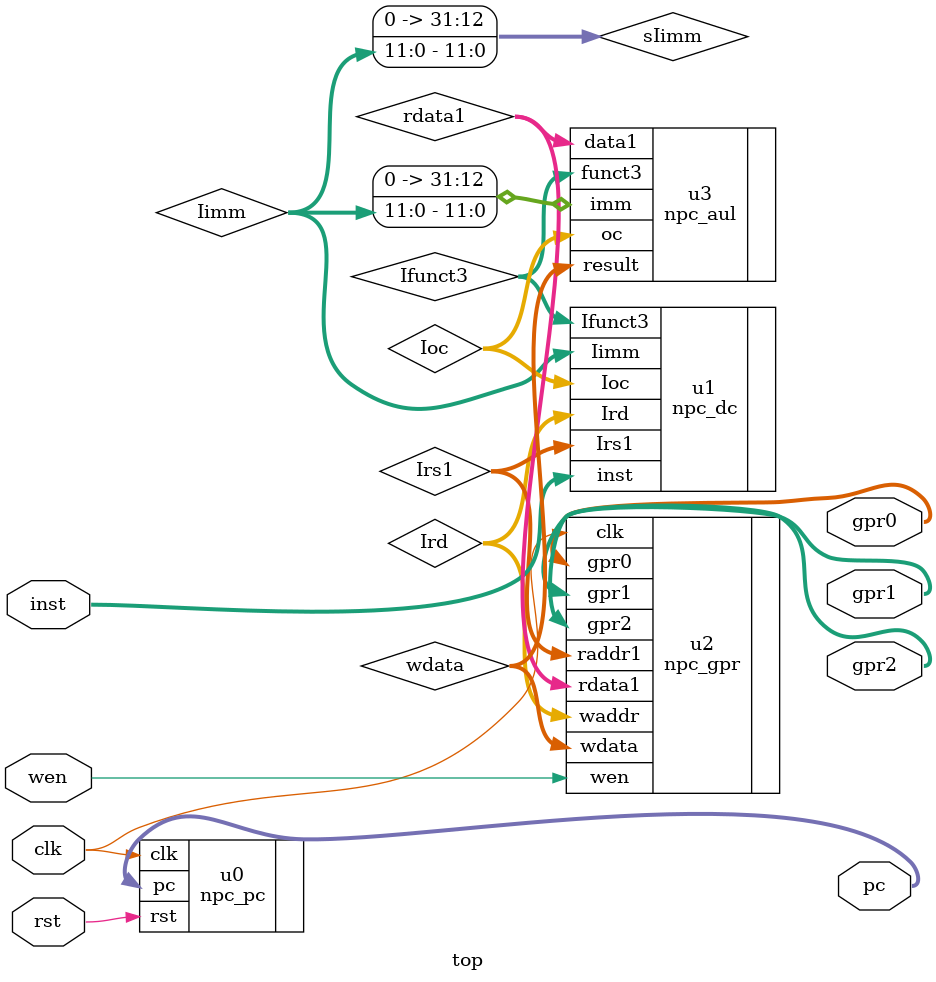
<source format=v>
module top(
    input clk,
    input rst,
    input wen,
    output reg [31:0] pc,
    output [31:0] gpr0, gpr1, gpr2,
    input [31:0] inst
);

//internal variables
  //pc
//reg  [31:0]     pc;
  //decoder
//wire [31:0]   inst;
wire [6:0]     Ioc;
wire [2:0] Ifunct3;
wire [11:0]   Iimm;
wire [4:0]    Irs1;
wire [4:0]     Ird;
  //gpr
wire [31:0] rdata1;
wire [31:0]  wdata;

//wire           wen;
  //aul
wire [31:0]  sIimm;
assign sIimm = $signed({20'b0, Iimm});


npc_pc u0(
    .clk (clk ),
    .rst (rst ),
    .pc  (pc  )
);

npc_dc u1(
    .inst       (inst),
    .Ioc         (Ioc),
    .Ifunct3 (Ifunct3),
    .Iimm       (Iimm),
    .Irs1       (Irs1),
    .Ird         (Ird)
);

npc_gpr u2(
    .clk        (clk),
    .wen        (wen),
    .raddr1    (Irs1),
    .waddr      (Ird),
    .rdata1  (rdata1),
    .gpr0      (gpr0),
    .gpr1      (gpr1),
    .gpr2      (gpr2),
    .wdata    (wdata)
);

npc_aul u3(
    .oc         (Ioc),
    .funct3 (Ifunct3),
    .data1   (rdata1),
    .imm      (sIimm),
    .result   (wdata)
);



endmodule



</source>
